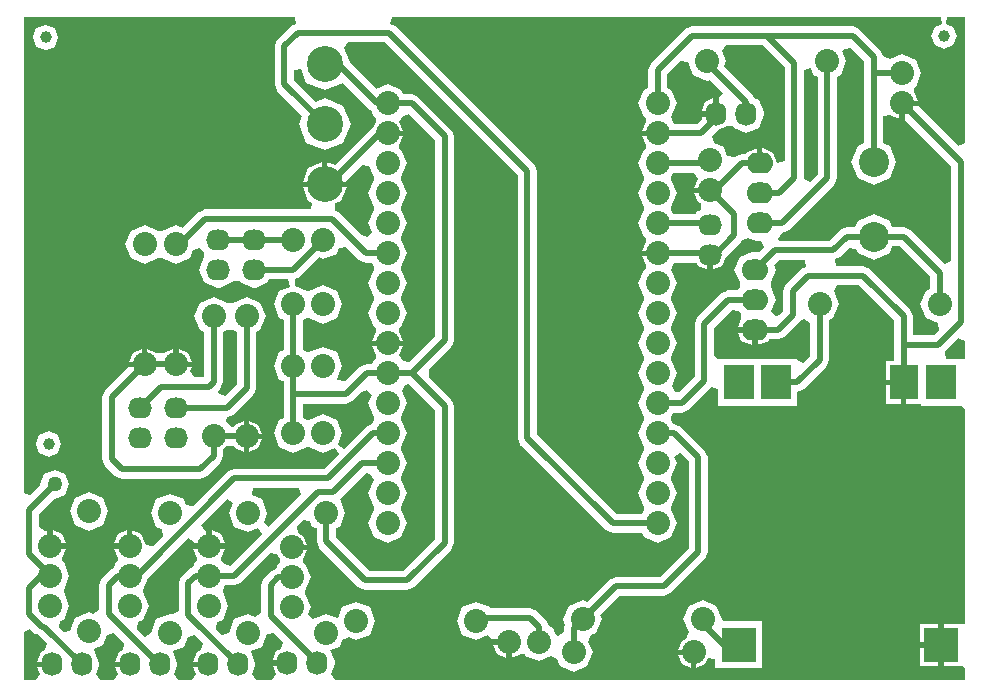
<source format=gbl>
%FSTAX43Y43*%
%MOIN*%
%SFA1B1*%

%IPPOS*%
%ADD10C,0.019685*%
%ADD11C,0.100000*%
%ADD12R,0.098425X0.118110*%
%ADD13R,0.094488X0.118110*%
%ADD14R,0.118110X0.118110*%
%ADD15C,0.080000*%
%ADD16O,0.080000X0.070000*%
%ADD17C,0.039370*%
%ADD18C,0.120000*%
%ADD19O,0.090000X0.070000*%
%ADD20O,0.070000X0.080000*%
%ADD21C,0.050000*%
%LNpcb-vitor-project-1*%
%LPD*%
G36*
X0006733Y0001817D02*
X000672Y0001785D01*
X0006739Y0001739*
X0006785Y000172*
X0006817Y0001733*
X000683Y0001714*
X0006726Y0001609*
X0006703Y0001614*
X00067Y000162*
X0006694Y0001623*
Y0001635*
X0006707Y0001665*
X0006602*
X0006615Y0001635*
Y0001623*
X0006609Y000162*
X0006602Y0001603*
X0006594Y00016*
X0006587Y0001597*
X0006562Y0001572*
X0006553Y000155*
Y0001459*
X0006533Y0001446*
X0006525Y0001449*
X0006479Y000143*
X000646Y0001385*
X000646Y0001383*
X0006441Y000137*
X0006413Y0001398*
X0006417Y0001421*
X0006435Y0001429*
X0006454Y0001475*
X0006435Y000152*
Y0001529*
X0006451Y0001568*
X0006584Y0001701*
X0006604Y0001688*
X0006602Y0001684*
X0006645*
Y0001727*
X0006641Y0001725*
X0006628Y0001745*
X0006714Y000183*
X0006733Y0001817*
G37*
G36*
X0009173Y0002357D02*
Y0002298D01*
X0009163*
X0009111*
X0009106Y0002321*
X0009107Y0002322*
X0009151Y0002366*
X0009173Y0002357*
G37*
G36*
X0008644Y0002604D02*
X0008627Y0002597D01*
X0008577Y0002547*
X0008568Y0002525*
Y0002458*
X0008554Y0002444*
X0008545Y0002441*
X0008528Y0002457*
X0008544Y0002495*
X0008526Y0002536*
Y0002553*
X0008544Y0002595*
X0008537Y0002611*
X0008553Y0002628*
X000864*
X0008644Y0002604*
G37*
G36*
X0007408Y0003026D02*
Y0002373D01*
X000732Y0002286*
X0007301Y000229*
X0007289Y000231*
X0007302Y000234*
X0007197*
X000721Y000231*
Y0002298*
X0007204Y0002295*
X0007198Y0002281*
X000718*
X0007164Y0002275*
X0007157Y0002272*
X0007108Y0002223*
X0007085Y0002226*
X0007081Y0002231*
X0007099Y0002275*
X000708Y000232*
X0007035Y0002339*
X0006989Y000232*
X000698*
X0006966Y0002326*
Y0002428*
X000698Y0002434*
X0006989*
X0007035Y0002415*
X000708Y0002434*
X0007099Y000248*
X000708Y0002525*
X0007035Y0002544*
X0006989Y0002525*
X000698*
X0006941Y0002542*
Y0002565*
X0006957Y0002572*
X0007021Y0002636*
X0007035Y000263*
X000708Y0002649*
X0007088Y0002667*
X0007111Y0002671*
X0007155Y0002627*
X0007162Y0002624*
X0007178Y0002618*
X0007198*
X0007204Y0002604*
Y0002595*
X0007185Y000255*
X0007204Y0002504*
Y0002495*
X0007185Y000245*
X0007204Y0002404*
X000721Y0002401*
Y0002389*
X0007197Y0002359*
X0007302*
X0007289Y0002389*
Y0002401*
X0007295Y0002404*
X0007314Y000245*
X0007295Y0002495*
Y0002504*
X0007314Y000255*
X0007295Y0002595*
Y0002604*
X0007314Y000265*
X0007295Y0002695*
Y0002704*
X0007314Y000275*
X0007295Y0002795*
Y0002804*
X0007314Y000285*
X0007295Y0002895*
Y0002904*
X0007314Y000295*
X0007295Y0002995*
X0007289Y0002998*
Y000301*
X0007302Y000304*
X000725*
Y0003059*
X0007302*
X0007289Y0003089*
X0007301Y0003109*
X000732Y0003113*
X0007408Y0003026*
G37*
G36*
X00069Y0001355D02*
X0006895Y0001332D01*
X0006879Y0001325*
X0006866Y0001294*
X0006915*
Y0001275*
X0006866*
X0006878Y0001246*
X0006865Y0001226*
X000681*
X0006797Y0001246*
X0006809Y0001275*
Y0001285*
X0006793Y0001323*
X000683Y0001339*
X0006847Y000138*
X0006871Y0001385*
X00069Y0001355*
G37*
G36*
X0006962Y0001846D02*
X0006855Y0001739D01*
X0006836Y0001752*
X0006849Y0001785*
X000683Y000183*
X0006796Y0001844*
X0006801Y0001868*
X0006953*
X0006962Y0001846*
G37*
G36*
X0006882Y0001648D02*
X000689Y000163D01*
Y0001618*
X0006884Y0001615*
X0006877Y0001598*
X0006863Y0001592*
X0006837Y0001567*
X0006828Y0001544*
Y0001452*
X0006808Y0001439*
X0006785Y0001449*
X0006739Y000143*
X000672Y0001385*
X0006699Y0001376*
X0006676Y0001398*
X0006681Y0001421*
X00067Y0001429*
X0006719Y0001475*
X00067Y000152*
Y0001529*
X0006706Y0001543*
X0006736*
X0006759Y0001552*
X0006859Y0001652*
X0006882Y0001648*
G37*
G36*
X0007683Y0002911D02*
Y0002035D01*
X0007692Y0002012*
X0007977Y0001727*
X0008Y0001718*
X0008098*
X0008104Y0001704*
X000815Y0001685*
X0008195Y0001704*
X0008214Y000175*
X0008195Y0001795*
Y0001804*
X0008214Y000185*
X0008195Y0001895*
Y0001904*
X0008214Y000195*
X0008205Y0001971*
X0008225Y0001984*
X0008253Y0001956*
Y0001668*
X0008156Y0001571*
X000801*
X0007987Y0001562*
X0007913Y0001488*
X00079Y0001494*
X0007854Y0001475*
X0007835Y000143*
X0007842Y0001411*
X0007838Y00014*
Y0001387*
X0007818Y0001374*
X000781Y0001377*
X00078Y00014*
X0007786Y0001406*
X0007777Y0001427*
X0007747Y0001457*
X0007725Y0001466*
X0007592*
X000759Y000147*
X0007545Y0001489*
X0007499Y000147*
X000748Y0001425*
X0007499Y0001379*
X0007545Y000136*
X0007584Y0001376*
X0007596Y0001364*
X0007655*
Y0001355*
X0007664*
Y0001302*
X0007694Y0001315*
X0007706*
X0007709Y0001309*
X0007755Y000129*
X0007793Y0001306*
X0007814Y0001297*
X0007824Y0001274*
X000787Y0001255*
X0007915Y0001274*
X0007934Y000132*
X0007919Y0001355*
X0007928Y0001377*
X0007945Y0001384*
X0007964Y000143*
X0007958Y0001443*
X0008023Y0001508*
X000817*
X0008192Y0001517*
X0008307Y0001632*
X0008316Y0001655*
Y000197*
X0008312Y0001981*
X0008307Y0001992*
X0008227Y0002072*
X0008205Y0002081*
X0008201*
X0008195Y0002095*
Y0002104*
X0008201Y0002118*
X000823*
X0008252Y0002127*
X0008327Y0002202*
X0008327Y0002203*
X0008351Y0002198*
Y0002141*
X0008613*
Y0002188*
X0008615*
X0008637Y0002197*
X0008712Y0002272*
X0008715Y0002279*
X0008721Y0002295*
Y0002428*
X0008735Y0002434*
X0008754Y000248*
X0008736Y0002523*
X0008749Y0002543*
X0008821*
X0008938Y0002426*
Y000229*
X000891*
Y0002229*
X000897*
Y000222*
X0008979*
Y0002149*
X0009026*
Y0002141*
X0009163*
X0009173Y0002131*
Y0001415*
X0009165*
X0009156*
X0009104*
Y0001345*
Y0001274*
X0009156*
X0009165*
X0009173Y0001266*
Y0001226*
X0007073*
X000706Y0001246*
X0007074Y000128*
Y000129*
X0007059Y0001326*
X000709Y0001339*
X0007099Y0001361*
X0007121Y000137*
X0007145Y000136*
X000719Y0001379*
X0007209Y0001425*
X000719Y000147*
X0007145Y0001489*
X0007099Y000147*
X0007083Y0001433*
X0007045Y0001449*
X0007002Y0001432*
X0006985Y0001448*
X0006994Y000147*
X0006975Y0001515*
Y0001524*
X0006994Y000157*
X0006975Y0001615*
X0006969Y0001618*
Y000163*
X0006982Y000166*
X000693*
Y0001679*
X0006982*
X0006969Y0001709*
X0006951Y0001717*
X0006947Y000174*
X0006968Y0001761*
X0006991Y0001757*
X0006999Y0001739*
X0007013Y0001733*
Y000169*
X0007022Y0001667*
X0007152Y0001537*
X0007175Y0001528*
X0007315*
X0007337Y0001537*
X0007462Y0001662*
X0007471Y0001685*
Y000214*
X0007467Y0002151*
X0007462Y0002162*
X0007387Y0002238*
Y0002261*
X0007462Y0002337*
X0007467Y0002348*
X0007471Y000236*
Y000304*
X0007467Y0003051*
X0007462Y0003062*
X0007352Y0003172*
X000733Y0003181*
X0007301*
X0007295Y0003195*
X000725Y0003214*
X0007211Y0003198*
X0007123Y0003286*
X0007104Y0003333*
X0007117Y0003353*
X0007241*
X0007683Y0002911*
G37*
G36*
X0007196Y0002177D02*
X0007185Y000215D01*
X0007204Y0002104*
Y0002095*
X0007198Y0002081*
X0007184Y0002075*
X0007177Y0002072*
X0007103Y0001998*
X0007083Y0002011*
X0007099Y000205*
X000708Y0002095*
X0007035Y0002114*
X0006989Y0002095*
X000698*
X0006966Y0002101*
Y0002148*
X000711*
X0007132Y0002157*
X0007161Y0002186*
X000718Y0002194*
X0007196Y0002177*
G37*
G36*
X0007408Y0002126D02*
Y0001698D01*
X0007301Y0001591*
X0007188*
X0007076Y0001703*
Y0001733*
X000709Y0001739*
X0007109Y0001785*
X000709Y000183*
X0007092Y0001831*
X0007177Y0001917*
X0007192Y0001914*
X0007203Y0001893*
X0007185Y000185*
X0007204Y0001804*
Y0001795*
X0007185Y000175*
X0007204Y0001704*
X000725Y0001685*
X0007295Y0001704*
X0007314Y000175*
X0007295Y0001795*
Y0001804*
X0007314Y000185*
X0007295Y0001895*
Y0001904*
X0007314Y000195*
X0007295Y0001995*
Y0002004*
X0007314Y000205*
X0007295Y0002095*
Y0002104*
X0007314Y000215*
X0007297Y000219*
X0007308Y0002211*
X000732Y0002213*
X0007408Y0002126*
G37*
G36*
X0008421Y0002458D02*
X0008423Y0002453D01*
X0008429Y000245*
Y000243*
X0008418Y0002404*
X0008475*
Y0002395*
X0008484*
Y0002344*
X0008485*
X000852Y0002359*
X0008522Y0002363*
X000855*
X0008572Y0002372*
X0008622Y0002422*
X0008623Y0002424*
X0008638Y000243*
X0008658Y0002417*
Y0002308*
X0008635Y0002285*
X0008613Y0002294*
Y0002298*
X0008351*
X0008336Y0002312*
Y0002401*
X0008397Y0002462*
X0008421Y0002458*
G37*
G36*
X0006372Y0001349D02*
X0006367Y0001326D01*
X0006354Y000132*
X0006341Y0001289*
X000639*
Y000127*
X0006341*
X0006351Y0001246*
X0006338Y0001226*
X000629*
X0006277Y0001246*
X0006289Y0001275*
Y0001285*
X0006271Y0001326*
Y0001332*
X00063Y0001344*
X0006314Y0001378*
X0006338Y0001383*
X0006372Y0001349*
G37*
G36*
X0008573Y0003271D02*
Y0002956D01*
X0008549Y0002951*
X0008535Y0002985*
X00085Y0003*
X0008499*
Y000295*
X000848*
Y0003*
X000848*
X0008444Y0002985*
X0008442Y0002981*
X000843*
X0008414Y0002975*
X0008407Y0002972*
X0008406Y0002971*
X0008382Y0002975*
X000837Y0003005*
X0008337Y0003019*
X0008332Y0003042*
X0008352Y0003062*
X000838Y0003074*
X00084*
X0008403Y0003068*
X0008445Y000305*
X0008486Y0003068*
X0008504Y000311*
Y000312*
X0008486Y0003161*
X0008471Y0003168*
X0008467Y0003177*
X0008372Y0003272*
X0008379Y000329*
X0008365Y0003323*
X0008378Y0003343*
X0008501*
X0008573Y0003271*
G37*
G36*
X0006945Y0003415D02*
X0006934Y000341D01*
X0006927Y0003407*
X0006882Y0003362*
X0006873Y000334*
Y0003215*
X0006882Y0003192*
X0006965Y0003109*
X0006953Y000308*
X0006979Y0003019*
X000704Y0002993*
X00071Y0003019*
X0007126Y000308*
X00071Y000314*
X000704Y0003166*
X000701Y0003154*
X0006936Y0003228*
Y000326*
X000696Y0003264*
X0006979Y0003219*
X000704Y0003193*
X00071Y0003218*
X0007192Y0003127*
X0007195Y0003126*
X0007204Y0003104*
X000721Y0003101*
Y0003089*
X0007203Y0003073*
X0007202Y0003072*
X0007073Y0002943*
X0007049Y0002953*
Y0002889*
X0007113*
X0007112Y0002892*
X0007165Y0002945*
X0007189Y0002941*
X0007204Y0002904*
Y0002895*
X0007185Y000285*
X0007204Y0002804*
Y0002795*
X0007185Y000275*
X0007196Y0002722*
X000718Y0002705*
X0007159Y0002714*
X0007086Y0002787*
X0007073Y0002792*
Y0002816*
X0007094Y0002825*
X0007113Y000287*
X0006966*
X0006985Y0002825*
X0006998Y0002819*
X0006993Y0002796*
X0006641*
X0006625Y0002789*
X0006618Y0002787*
X0006566Y0002735*
X0006545Y0002744*
X0006499Y0002725*
X0006485*
X000644Y0002744*
X0006394Y0002725*
X0006375Y000268*
X0006394Y0002634*
X000644Y0002615*
X0006485Y0002634*
X0006499*
X0006545Y0002615*
X000659Y0002634*
X0006602Y0002662*
X0006625Y0002667*
X0006637Y0002655*
X0006638Y0002653*
Y0002636*
X000662Y0002595*
X0006638Y0002553*
X000668Y0002535*
X000669*
X0006731Y0002553*
X0006733Y0002556*
X0006756*
X0006758Y0002553*
X00068Y0002535*
X000681*
X0006851Y0002553*
X0006855Y0002563*
X0006918*
X0006923Y0002539*
X0006889Y0002525*
X000687Y000248*
X0006889Y0002434*
X0006903Y0002428*
Y0002326*
X0006889Y000232*
X000687Y0002275*
X0006889Y0002229*
X0006903Y0002223*
Y000218*
Y0002101*
X0006889Y0002095*
X000687Y000205*
X0006889Y0002004*
X0006935Y0001985*
X000698Y0002004*
X0006989*
X0007035Y0001985*
X0007073Y0002001*
X0007086Y0001981*
X0007036Y0001931*
X0006738*
X0006722Y0001925*
X0006715Y0001922*
X0006601Y0001808*
X0006578Y0001812*
X000657Y000183*
X0006525Y0001849*
X0006479Y000183*
X000646Y0001785*
X0006479Y0001739*
X0006497Y0001731*
X0006501Y0001708*
X0006467Y0001674*
X0006444Y0001679*
X0006429Y0001714*
X0006399Y0001727*
Y0001675*
X000639*
Y0001665*
X0006337*
X000635Y0001635*
Y0001623*
X0006344Y000162*
X0006336Y0001601*
X0006327Y0001597*
X0006297Y0001567*
X0006288Y0001545*
Y0001462*
X0006268Y0001449*
X0006255Y0001454*
X0006209Y0001435*
X0006191Y0001391*
X0006171Y0001387*
X0006154Y0001404*
X0006158Y0001424*
X000617Y0001429*
X0006189Y0001475*
X000617Y000152*
Y0001529*
X0006189Y0001575*
X000617Y000162*
X0006164Y0001623*
Y0001635*
X0006177Y0001665*
X0006125*
Y0001675*
X0006115*
Y0001727*
X0006107Y0001723*
X0006087Y0001736*
Y0001782*
X0006137Y0001832*
X000614Y0001831*
X0006174Y0001845*
X0006188Y000188*
X0006174Y0001914*
X000614Y0001928*
X0006105Y0001914*
X0006091Y000188*
X0006092Y0001877*
X0006058Y0001843*
X0006036Y0001852*
Y0003438*
X000694*
X0006945Y0003415*
G37*
G36*
X0009173Y000334D02*
Y0003017D01*
X0009151Y0003008*
X000902Y000314*
X0008974*
Y0003094*
X0009128Y0002941*
Y0002623*
X0009106Y0002613*
X0008992Y0002727*
X000897Y0002736*
X0008932*
X0008923Y0002758*
X000887Y000278*
X0008816Y0002758*
X0008807Y0002736*
X000878*
X0008764Y000273*
X0008757Y0002727*
X0008721Y0002691*
X0008556*
X0008552Y0002697*
X0008564Y0002718*
X0008565*
X0008587Y0002727*
X0008737Y0002877*
X000874Y0002884*
X0008746Y00029*
Y0003238*
X000876Y0003244*
X0008779Y000329*
X0008765Y0003323*
X0008771Y0003332*
X0008795Y0003334*
X0008838Y0003291*
Y0003255*
Y0003017*
X0008816Y0003008*
X0008794Y0002955*
X0008816Y0002901*
X000887Y0002879*
X0008923Y0002901*
X0008945Y0002955*
X0008923Y0003008*
X0008901Y0003017*
Y0003106*
X0008925Y000311*
X0008925Y000311*
X0008955Y0003097*
Y000315*
X0008965*
Y0003159*
X0009017*
X0009004Y0003189*
Y0003201*
X000901Y0003204*
X0009029Y000325*
X000901Y0003295*
X0008965Y0003314*
X0008923Y0003297*
X0008901Y0003306*
X0008895Y000332*
X0008892Y0003327*
X0008822Y0003397*
X00088Y0003406*
X0008265*
X0008242Y0003397*
X0008127Y0003282*
X0008118Y000326*
Y0003201*
X0008104Y0003195*
X0008085Y000315*
X0008104Y0003104*
X000811Y0003101*
Y0003089*
X0008097Y0003059*
X000815*
Y000304*
X0008097*
X000811Y000301*
Y0002998*
X0008104Y0002995*
X0008085Y000295*
X0008104Y0002904*
Y0002895*
X0008085Y000285*
X0008104Y0002804*
Y0002795*
X0008085Y000275*
X0008104Y0002704*
X000811Y0002701*
Y0002689*
X0008097Y0002659*
X000815*
Y000264*
X0008097*
X000811Y000261*
Y0002598*
X0008104Y0002595*
X0008085Y000255*
X0008104Y0002504*
Y0002495*
X0008085Y000245*
X0008104Y0002404*
Y0002395*
X0008085Y000235*
X0008104Y0002304*
Y0002295*
X0008085Y000225*
X0008104Y0002204*
Y0002195*
X0008085Y000215*
X0008104Y0002104*
Y0002095*
X0008085Y000205*
X0008104Y0002004*
Y0001995*
X0008085Y000195*
X0008104Y0001904*
Y0001895*
X0008085Y000185*
X0008104Y0001804*
Y0001795*
X0008098Y0001781*
X0008013*
X0007746Y0002048*
Y0002925*
X000774Y000294*
X0007737Y0002947*
X0007277Y0003407*
X0007259Y0003415*
X0007264Y0003438*
X0009094*
X0009098Y0003415*
X0009074Y0003405*
X0009062Y0003375*
X0009074Y0003344*
X0009105Y0003332*
X0009135Y0003344*
X0009147Y0003375*
X0009135Y0003405*
X0009111Y0003415*
X0009115Y0003438*
X0009173*
Y000334*
G37*
G36*
X0006073Y0001382D02*
X000608Y000138D01*
X0006087Y0001376*
X0006114Y000135*
X0006109Y0001327*
X0006094Y000132*
X0006081Y0001289*
X000613*
Y000127*
X0006081*
X0006091Y0001246*
X0006078Y0001226*
X0006036*
Y0001388*
X0006058Y0001397*
X0006073Y0001382*
G37*
G36*
X0008251Y0003288D02*
X0008269Y0003244D01*
X0008315Y0003225*
X0008325Y0003229*
X0008368Y0003185*
X0008355Y0003166*
X0008354Y0003166*
Y0003115*
X0008345*
Y0003105*
X0008296*
X0008298Y0003099*
X0008281Y0003081*
X0008204*
X0008195Y0003104*
X0008214Y000315*
X0008195Y0003195*
X0008181Y0003201*
Y0003246*
X0008227Y0003292*
X0008251Y0003288*
G37*
G36*
X0008284Y0002898D02*
X0008272Y0002869D01*
X0008325*
Y000285*
X0008272*
X0008285Y000282*
X0008293Y0002816*
Y0002793*
X0008278Y0002786*
X0008276Y0002781*
X0008201*
X0008195Y0002795*
Y0002804*
X0008214Y000285*
X0008195Y0002895*
Y0002904*
X0008201Y0002918*
X0008271*
X0008284Y0002898*
G37*
G36*
X000848Y000269D02*
X0008494D01*
X0008503Y000267*
X0008486Y0002653*
X0008485Y0002654*
X0008465*
X0008423Y0002636*
X0008405Y0002595*
X0008423Y0002553*
Y0002536*
X0008419Y0002526*
X0008385*
X0008373Y0002522*
X0008362Y0002517*
X0008282Y0002437*
X0008273Y0002415*
Y0002238*
X000822Y0002186*
X0008208Y0002188*
X0008197Y0002209*
X0008214Y000225*
X0008195Y0002295*
Y0002304*
X0008214Y000235*
X0008195Y0002395*
Y0002404*
X0008214Y000245*
X0008195Y0002495*
Y0002504*
X0008214Y000255*
X0008195Y0002595*
X0008204Y0002618*
X000828*
X0008284Y0002609*
X0008315Y0002596*
Y0002645*
X0008334*
Y0002596*
X0008365Y0002609*
X0008377Y0002637*
X0008427Y0002687*
X000843Y0002693*
X0008451Y0002702*
X000848Y000269*
G37*
G36*
X0009058Y0002571D02*
Y0002531D01*
X0009044Y0002525*
X0009025Y000248*
X0009044Y0002434*
X0009084Y0002417*
X0009089Y0002394*
X0009071Y0002376*
X0009001*
Y000244*
X0008995Y0002455*
X0008992Y0002462*
X0008857Y0002597*
X0008835Y0002606*
X0008744*
X000874Y000263*
X0008757Y0002637*
X0008788Y0002668*
X0008811Y0002663*
X0008816Y0002651*
X000887Y0002629*
X0008923Y0002651*
X0008932Y0002673*
X0008956*
X0009058Y0002571*
G37*
G36*
X0006634Y000135D02*
X0006629Y0001327D01*
X0006614Y000132*
X0006601Y0001289*
X000665*
Y000127*
X0006601*
X0006611Y0001246*
X0006598Y0001226*
X000655*
X0006537Y0001246*
X0006549Y0001275*
Y0001285*
X0006533Y0001323*
X000657Y0001339*
X0006584Y0001372*
X0006607Y0001377*
X0006634Y000135*
G37*
G36*
X0008669Y0003244D02*
X0008683Y0003238D01*
Y0002913*
X0008656Y0002886*
X0008636Y0002899*
X0008636Y00029*
Y0003261*
X000866Y0003266*
X0008669Y0003244*
G37*
%LNpcb-vitor-project-2*%
%LPC*%
G36*
X000638Y0001727D02*
X000635Y0001714D01*
X0006337Y0001684*
X000638*
Y0001727*
G37*
G36*
X0006134D02*
Y0001684D01*
X0006177*
X0006164Y0001714*
X0006134Y0001727*
G37*
G36*
X000826Y000131D02*
X0008217D01*
X000823Y000128*
X000826Y0001267*
Y000131*
G37*
G36*
X00083Y0001494D02*
X0008254Y0001475D01*
X0008235Y000143*
X0008253Y0001387*
X0008244Y0001365*
X000823Y0001359*
X0008217Y0001329*
X000827*
Y000132*
X0008279*
Y0001267*
X0008309Y000128*
X0008318Y00013*
X0008341Y0001296*
Y0001266*
X0008498*
Y0001423*
X0008368*
X0008364Y000143*
X0008345Y0001475*
X00083Y0001494*
G37*
G36*
X0009085Y0001335D02*
X0009024D01*
Y0001274*
X0009085*
Y0001335*
G37*
G36*
Y0001415D02*
X0009024D01*
Y0001354*
X0009085*
Y0001415*
G37*
G36*
X0007645Y0001345D02*
X0007602D01*
X0007615Y0001315*
X0007645Y0001302*
Y0001345*
G37*
G36*
X000678Y0002504D02*
X0006734Y0002485D01*
X0006715*
X000667Y0002504*
X0006624Y0002485*
X0006605Y000244*
X0006624Y0002394*
X0006638Y0002388*
Y0002236*
X0006604*
X0006591Y0002256*
X0006597Y000227*
X0006545*
Y000228*
X0006535*
Y0002332*
X0006505Y0002319*
X0006504Y0002317*
X000648*
X0006479Y0002319*
X0006449Y0002332*
Y000228*
X000644*
Y000227*
X0006384*
X0006307Y0002192*
X0006298Y000217*
Y0001965*
X0006307Y0001942*
X0006342Y0001907*
X0006365Y0001898*
X0006625*
X0006647Y0001907*
X0006692Y0001952*
X0006695Y0001959*
X0006701Y0001975*
Y0001997*
X0006709Y0002*
X0006712Y0002008*
X0006737*
X000674Y0002*
X000677Y0001987*
Y000204*
Y0002092*
X000674Y0002079*
X0006737Y0002071*
X0006726*
X0006711Y000209*
X0006713Y0002103*
X0006715*
X0006737Y0002112*
X0006802Y0002177*
X0006807Y0002188*
X0006811Y00022*
Y0002388*
X0006825Y0002394*
X0006844Y000244*
X0006825Y0002485*
X000678Y0002504*
G37*
G36*
X0008465Y0002385D02*
X0008418D01*
X0008429Y0002359*
X0008465Y0002344*
X0008465*
Y0002385*
G37*
G36*
X0006554Y0002332D02*
Y0002289D01*
X0006597*
X0006584Y0002319*
X0006554Y0002332*
G37*
G36*
X000611Y0003412D02*
X0006079Y00034D01*
X0006067Y000337*
X0006079Y0003339*
X000611Y0003327*
X000614Y0003339*
X0006152Y000337*
X000614Y00034*
X000611Y0003412*
G37*
G36*
X0008335Y0003166D02*
X0008309Y0003155D01*
X0008296Y0003124*
X0008335*
Y0003166*
G37*
G36*
X000703Y0002953D02*
X0006985Y0002934D01*
X0006966Y0002889*
X000703*
Y0002953*
G37*
G36*
X000643Y0002332D02*
X00064Y0002319D01*
X0006387Y0002289*
X000643*
Y0002332*
G37*
G36*
X000612Y0002057D02*
X0006089Y0002045D01*
X0006077Y0002015*
X0006089Y0001984*
X000612Y0001972*
X000615Y0001984*
X0006162Y0002015*
X000615Y0002045*
X000612Y0002057*
G37*
G36*
X0006255Y0001854D02*
X0006209Y0001835D01*
X000619Y000179*
X0006209Y0001744*
X0006255Y0001725*
X00063Y0001744*
X0006319Y000179*
X00063Y0001835*
X0006255Y0001854*
G37*
G36*
X0006664Y0001727D02*
Y0001684D01*
X0006707*
X0006694Y0001714*
X0006664Y0001727*
G37*
G36*
X0006832Y000203D02*
X0006789D01*
Y0001987*
X0006819Y0002*
X0006832Y000203*
G37*
G36*
X000896Y000221D02*
X000891D01*
Y0002149*
X000896*
Y000221*
G37*
G36*
X0006789Y0002092D02*
Y0002049D01*
X0006832*
X0006819Y0002079*
X0006789Y0002092*
G37*
%LNpcb-vitor-project-3*%
%LPD*%
G36*
X0006748Y0002388D02*
Y0002213D01*
X000671Y0002175*
X0006687Y000218*
X0006683Y0002188*
X0006692Y0002197*
X0006701Y000222*
Y0002388*
X0006715Y0002394*
X0006734*
X0006748Y0002388*
G37*
G54D10*
X0006055Y0001795D02*
X000614Y000188D01*
X0006055Y0001646D02*
Y0001795D01*
X000744Y000236D02*
Y000304D01*
X000733Y000315D02*
X000744Y000304D01*
X000725Y000315D02*
X000733D01*
X0008Y000175D02*
X000815D01*
X0007715Y0002035D02*
X0008Y000175D01*
X0007715Y0002035D02*
Y0002925D01*
X0008735Y000266D02*
X000878Y0002705D01*
X000854Y000266D02*
X0008735D01*
X0008475Y0002595D02*
X000854Y000266D01*
X000878Y0002705D02*
X000887D01*
X000897Y000222D02*
Y000244D01*
X000869Y0002295D02*
Y000248D01*
X0008615Y000222D02*
X000869Y0002295D01*
X000857Y000222D02*
X0008615D01*
X000865Y0002575D02*
X0008835D01*
X00086Y0002525D02*
X000865Y0002575D01*
X00086Y0002445D02*
Y0002525D01*
X0008835Y0002575D02*
X000897Y000244D01*
X000909Y000248D02*
Y0002585D01*
X000897Y0002705D02*
X000909Y0002585D01*
X000887Y0002705D02*
X000897D01*
X0008605Y00029D02*
Y0003285D01*
X0008555Y000285D02*
X0008605Y00029D01*
X0008475Y000285D02*
X0008555D01*
X0008715Y00029D02*
Y000329D01*
X0008565Y000275D02*
X0008715Y00029D01*
X000849Y000275D02*
X0008565D01*
X0008515Y0003375D02*
X0008605Y0003285D01*
X00088Y0003375D02*
X000887Y0003305D01*
X0008265Y0003375D02*
X00088D01*
X000815Y000326D02*
X0008265Y0003375D01*
X0008445Y0003115D02*
Y0003155D01*
Y00031D02*
Y0003115D01*
X0008475Y000275D02*
X000849D01*
X0007755Y000134D02*
Y0001405D01*
X0007725Y0001435D02*
X0007755Y0001405D01*
X0007545Y0001435D02*
X0007725D01*
X0007525Y0001415D02*
X0007545Y0001435D01*
X000787Y00014D02*
X000801Y000154D01*
X000787Y000132D02*
Y00014D01*
X0008285Y000143D02*
X000837Y0001345D01*
X000828Y000143D02*
X0008285D01*
X000801Y000154D02*
X000817D01*
X000916Y000242D02*
Y0002955D01*
X0009085Y0002345D02*
X000916Y000242D01*
X000897Y0002345D02*
X0009085D01*
X0008965Y000315D02*
X000916Y0002955D01*
X000869Y000248D02*
Y00025D01*
X000733Y000225D02*
X000744Y000236D01*
X000725Y000225D02*
X000733D01*
X000667Y000204D02*
X000678D01*
X000667Y0001975D02*
Y000204D01*
X0006625Y000193D02*
X000667Y0001975D01*
X0006365Y000193D02*
X0006625D01*
X000633Y0001965D02*
X0006365Y000193D01*
X000633Y0001965D02*
Y000217D01*
X000644Y000228*
X0006545*
X0006425Y0002135D02*
X0006495Y0002205D01*
X0006655*
X000667Y000222*
Y000244*
X000678Y00022D02*
Y000244D01*
X0006715Y0002135D02*
X000678Y00022D01*
X0006545Y0002135D02*
X0006715D01*
X0007175Y000156D02*
X0007315D01*
X0007045Y000169D02*
X0007175Y000156D01*
X0007045Y000169D02*
Y0001785D01*
X000744Y0001685D02*
Y000214D01*
X000733Y000225D02*
X000744Y000214D01*
X000718Y000225D02*
X000725D01*
X000711Y000218D02*
X000718Y000225D01*
X0006935Y000218D02*
X000711D01*
X0007315Y000156D02*
X000744Y0001685D01*
X0006935Y000218D02*
Y0002275D01*
Y000205D02*
Y000218D01*
Y0002275D02*
Y000248D01*
Y0002595D02*
X0007035Y0002695D01*
X0006805Y0002595D02*
X0006935D01*
X0006805Y0002695D02*
X0006935D01*
X0006685D02*
X0006805D01*
X0007178Y000265D02*
X000725D01*
X0006641Y0002764D02*
X0007063D01*
X0006556Y000268D02*
X0006641Y0002764D01*
X0007063D02*
X0007178Y000265D01*
X0006545Y000268D02*
X0006556D01*
X000705Y00019D02*
X00072Y000205D01*
X0006738Y00019D02*
X000705D01*
X0006413Y0001575D02*
X0006738Y00019D01*
X0007016Y0001854D02*
X0007069D01*
X0006736Y0001575D02*
X0007016Y0001854D01*
X00072Y000205D02*
X000725D01*
X0006655Y0001575D02*
X0006736D01*
X0007069Y0001854D02*
X0007165Y000195D01*
X000725*
X0007255Y0003385D02*
X0007715Y0002925D01*
X000695Y0003385D02*
X0007255D01*
X0006905Y000334D02*
X000695Y0003385D01*
X0006055Y0001646D02*
X0006125Y0001576D01*
Y0001575D02*
Y0001576D01*
X000639Y0001575D02*
X0006413D01*
X0006885Y000157D02*
X000693D01*
X000686Y0001544D02*
X0006885Y000157D01*
X000686Y0001441D02*
Y0001544D01*
X0007145Y0001425D02*
Y0001435D01*
X000686Y0001441D02*
X0007015Y0001286D01*
Y0001285D02*
Y0001286D01*
X000661Y0001575D02*
X0006655D01*
X0006585Y000155D02*
X000661Y0001575D01*
X0006585Y0001445D02*
Y000155D01*
Y0001445D02*
X000675Y000128D01*
X000635Y0001575D02*
X000639D01*
X000632Y0001545D02*
X000635Y0001575D01*
X000632Y0001446D02*
Y0001545D01*
Y0001446D02*
X0006486Y000128D01*
X000649*
X0006095Y0001575D02*
X0006125D01*
X0006055Y0001535D02*
X0006095Y0001575D01*
X0006055Y0001446D02*
Y0001535D01*
Y0001446D02*
X0006096Y0001405D01*
X0006104*
X000623Y000128*
X0007035Y0002875D02*
X000704Y000288D01*
X0006905Y0003215D02*
X000704Y000308D01*
X0006905Y0003215D02*
Y000334D01*
X000704Y000328D02*
X0007085D01*
X0007215Y000315*
X000725*
X000704Y000288D02*
X0007055D01*
X0007225Y000305*
X000725*
X000815Y000205D02*
X0008205D01*
X0008285Y000197*
Y0001655D02*
Y000197D01*
X000817Y000154D02*
X0008285Y0001655D01*
X000837Y0001345D02*
X0008445D01*
X0008315Y0003285D02*
Y000329D01*
Y0003285D02*
X0008445Y0003155D01*
X0008295Y000305D02*
X0008345Y00031D01*
X000815Y000305D02*
X0008295D01*
X000815Y000265D02*
X000832D01*
X0008325Y0002645*
X000815Y000275D02*
X000832D01*
X000815Y000295D02*
X0008315D01*
X0008325Y000296*
X000815Y000315D02*
Y000326D01*
X0008875Y000325D02*
X0008965D01*
X000887Y0003255D02*
X0008875Y000325D01*
X000887Y0002955D02*
Y0003255D01*
Y0003305*
X0008385Y0002495D02*
X0008475D01*
X000815Y000215D02*
X000823D01*
X0008305Y0002225*
Y0002415*
X0008385Y0002495*
X0008469Y0002395D02*
X0008475D01*
X000855*
X00086Y0002445*
X0008325Y000286D02*
X0008405Y000278D01*
X0008325Y0002645D02*
X000834D01*
X0008405Y000271*
Y000278*
X0008325Y000286D02*
X000834D01*
X000843Y000295*
X0008475*
G54D11*
X000887Y0002705D03*
Y0002955D03*
G54D12*
X0008545Y000222D03*
X000842D03*
X0009095D03*
G54D13*
X000897Y000222D03*
G54D14*
X000842Y0001345D03*
X0009095D03*
G54D15*
X000725Y000315D03*
Y000245D03*
Y000255D03*
Y000265D03*
Y000275D03*
Y000285D03*
Y000295D03*
Y000305D03*
Y000235D03*
Y000175D03*
Y000185D03*
Y000195D03*
Y000205D03*
Y000215D03*
Y000225D03*
X000815D03*
Y000215D03*
Y000205D03*
Y000195D03*
Y000185D03*
Y000175D03*
Y000235D03*
Y000305D03*
Y000295D03*
Y000285D03*
Y000275D03*
Y000265D03*
Y000255D03*
Y000245D03*
Y000315D03*
X0008965D03*
Y000325D03*
X0006935Y000205D03*
X0007035D03*
X0006935Y0002275D03*
X0007035D03*
X0006935Y000248D03*
X0007035D03*
X0006935Y0002695D03*
X0007035D03*
X0006655Y0001475D03*
Y0001575D03*
Y0001675D03*
X000639Y0001475D03*
Y0001575D03*
Y0001675D03*
X0006125Y0001475D03*
Y0001575D03*
Y0001675D03*
X0008315Y000329D03*
X0008715D03*
X00079Y000143D03*
X00083D03*
X000667Y000204D03*
Y000244D03*
X000678Y000204D03*
Y000244D03*
X0006545Y000228D03*
Y000268D03*
X000644Y000228D03*
Y000268D03*
X000827Y000132D03*
X000787D03*
X0007545Y0001425D03*
X0007145D03*
X0007045Y0001385D03*
Y0001785D03*
X0006785Y0001385D03*
Y0001785D03*
X0006525Y0001385D03*
Y0001785D03*
X0006255Y000139D03*
Y000179D03*
X000693Y000147D03*
Y000157D03*
Y000167D03*
X000909Y000248D03*
X000869D03*
X0007755Y0001355D03*
X0007655D03*
X0008325Y000296D03*
Y000286D03*
G54D16*
X0006805Y0002695D03*
Y0002595D03*
X0006685Y0002695D03*
Y0002595D03*
X0006545Y0002035D03*
Y0002135D03*
X0006425Y0002035D03*
Y0002135D03*
X0008325Y0002745D03*
Y0002645D03*
G54D17*
X0009105Y0003375D03*
X000612Y0002015D03*
X000611Y000337D03*
G54D18*
X000704Y000328D03*
Y000308D03*
Y000288D03*
G54D19*
X0008475Y0002495D03*
Y0002395D03*
Y0002595D03*
X000849Y000285D03*
Y000275D03*
Y000295D03*
G54D20*
X0008445Y0003115D03*
X0008345D03*
X0007015Y0001285D03*
X0006915D03*
X000675Y000128D03*
X000665D03*
X000649D03*
X000639D03*
X000623D03*
X000613D03*
G54D21*
X000614Y000188D03*
M02*
</source>
